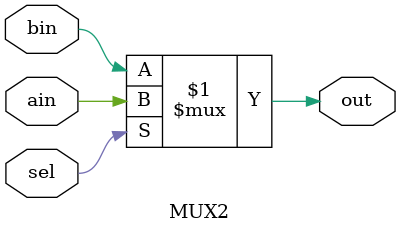
<source format=v>
module cpu(clk, reset, s, read_data, N, V, Z, w, select_out, mem_cmd, write_data);
	input clk,reset, s;
	
	input [15:0] read_data;
	output N, V, Z, w;
	
	wire [15:0]reg_out;
	
	wire [2:0]opcode;
	wire [1:0]op;
	wire [2:0]readnum, writenum;
	wire [1:0]shift;
	wire [15:0]sximm8;
	wire [15:0]sximm5;
	wire [1:0]ALUop;
	wire [2:0]nsel;
	wire [11:0]SM_out;
	
	output [1:0] mem_cmd;
	
	output [15:0]write_data;
	
	wire addr_sel;
	wire load_pc;
	wire reset_pc;
	wire load_addr;
	wire load_ir;
	wire Z_out;
	
	//wire [41:0]from_decoder;
	wire w;
	wire [7:0]PC_from_dapapath;
	assign PC_from_dapapath = 8'b00000000;
	
	wire [15:0]mdata;
	
	wire [8:0]PC;
	
	wire [8:0]data_address_out;
	
	output [8:0]select_out;  //mem_addr
		
	
	assign nsel = SM_out[11:9];
	
	wire [41:0]decoder_out;
	
	instruction_reg my_reg(read_data, reg_out, load_ir, clk);  // load_ir changed
	
	decoder my_decoder(reg_out, nsel, opcode, op, readnum, writenum, shift, sximm8, sximm5, ALUop, decoder_out);
	
	SM my_SM(opcode, op, reset, clk, s, SM_out, w, mem_cmd, addr_sel, load_pc, reset_pc, load_addr, load_ir);
	
	program_counter pc(clk, load_pc, reset_pc,PC);
	
	vDFF #(9) data_address (clk, load_addr, write_data[8:0], data_address_out);
	
	MUX2 #(9) address_sel(PC, data_address_out, select_out ,addr_sel);
	
	datapath DP(clk, Z_out, write_data, decoder_out, SM_out, N, V, sximm5, sximm8, PC_from_dapapath, read_data);
	
endmodule
	
	
	
	
module MUX2(ain, bin, out, sel);
	parameter k=1;
	input [k-1:0]ain;
	input [k-1:0]bin;
	input sel;
	
	output [k-1:0]out;
	assign out = sel ? ain:bin;
endmodule
	
	
</source>
